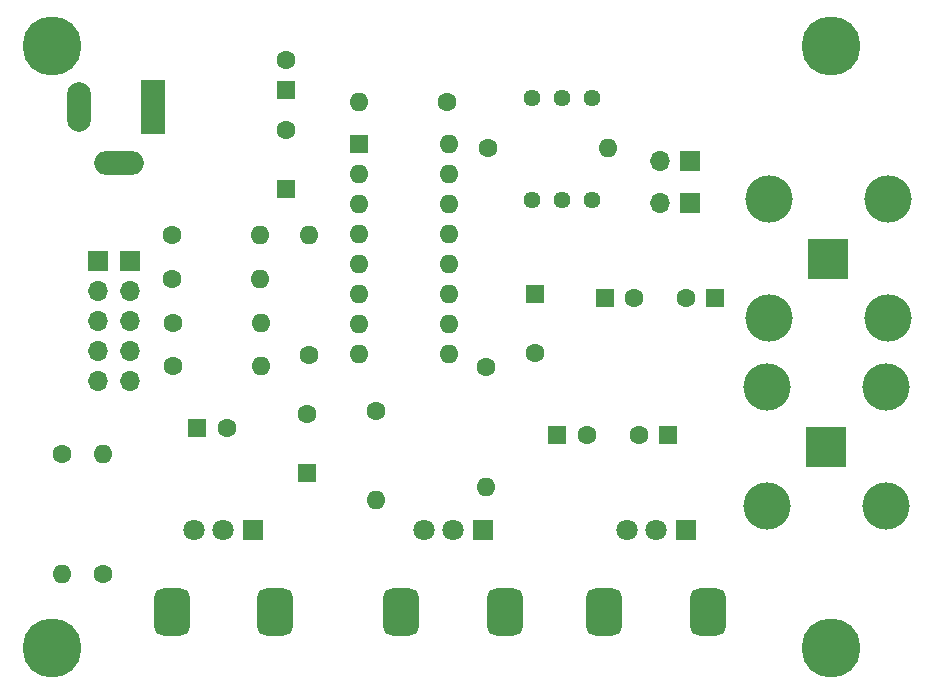
<source format=gbr>
%TF.GenerationSoftware,KiCad,Pcbnew,8.0.4*%
%TF.CreationDate,2024-07-20T11:29:04+02:00*%
%TF.ProjectId,Generatpr XR-2206,47656e65-7261-4747-9072-2058522d3232,rev?*%
%TF.SameCoordinates,Original*%
%TF.FileFunction,Soldermask,Top*%
%TF.FilePolarity,Negative*%
%FSLAX46Y46*%
G04 Gerber Fmt 4.6, Leading zero omitted, Abs format (unit mm)*
G04 Created by KiCad (PCBNEW 8.0.4) date 2024-07-20 11:29:04*
%MOMM*%
%LPD*%
G01*
G04 APERTURE LIST*
G04 Aperture macros list*
%AMRoundRect*
0 Rectangle with rounded corners*
0 $1 Rounding radius*
0 $2 $3 $4 $5 $6 $7 $8 $9 X,Y pos of 4 corners*
0 Add a 4 corners polygon primitive as box body*
4,1,4,$2,$3,$4,$5,$6,$7,$8,$9,$2,$3,0*
0 Add four circle primitives for the rounded corners*
1,1,$1+$1,$2,$3*
1,1,$1+$1,$4,$5*
1,1,$1+$1,$6,$7*
1,1,$1+$1,$8,$9*
0 Add four rect primitives between the rounded corners*
20,1,$1+$1,$2,$3,$4,$5,0*
20,1,$1+$1,$4,$5,$6,$7,0*
20,1,$1+$1,$6,$7,$8,$9,0*
20,1,$1+$1,$8,$9,$2,$3,0*%
G04 Aperture macros list end*
%ADD10R,1.800000X1.800000*%
%ADD11C,1.800000*%
%ADD12RoundRect,0.750000X-0.750000X1.250000X-0.750000X-1.250000X0.750000X-1.250000X0.750000X1.250000X0*%
%ADD13R,3.500000X3.500000*%
%ADD14C,4.000000*%
%ADD15C,1.440000*%
%ADD16C,1.600000*%
%ADD17O,1.600000X1.600000*%
%ADD18R,1.600000X1.600000*%
%ADD19R,1.700000X1.700000*%
%ADD20O,1.700000X1.700000*%
%ADD21R,2.000000X4.600000*%
%ADD22O,2.000000X4.200000*%
%ADD23O,4.200000X2.000000*%
%ADD24C,5.000000*%
G04 APERTURE END LIST*
D10*
%TO.C,RV5*%
X183680000Y-90000000D03*
D11*
X181180000Y-90000000D03*
X178680000Y-90000000D03*
D12*
X185580000Y-97000000D03*
X176780000Y-97000000D03*
%TD*%
D10*
%TO.C,RV2*%
X166500000Y-90000000D03*
D11*
X164000000Y-90000000D03*
X161500000Y-90000000D03*
D12*
X168400000Y-97000000D03*
X159600000Y-97000000D03*
%TD*%
D10*
%TO.C,RV1*%
X147040000Y-90000000D03*
D11*
X144540000Y-90000000D03*
X142040000Y-90000000D03*
D12*
X148940000Y-97000000D03*
X140140000Y-97000000D03*
%TD*%
D13*
%TO.C,J2*%
X195735000Y-67040000D03*
D14*
X200760000Y-72065000D03*
X190710000Y-72065000D03*
X200760000Y-62015000D03*
X190710000Y-62015000D03*
%TD*%
D13*
%TO.C,J1*%
X195570000Y-82970000D03*
D14*
X200595000Y-87995000D03*
X190545000Y-87995000D03*
X200595000Y-77945000D03*
X190545000Y-77945000D03*
%TD*%
D15*
%TO.C,RV3*%
X175770000Y-62040000D03*
X173230000Y-62040000D03*
X170690000Y-62040000D03*
%TD*%
D16*
%TO.C,R5*%
X166920000Y-57700000D03*
D17*
X177080000Y-57700000D03*
%TD*%
D18*
%TO.C,C3*%
X151600000Y-85200000D03*
D16*
X151600000Y-80200000D03*
%TD*%
%TO.C,C9*%
X140150000Y-68800000D03*
D17*
X147650000Y-68800000D03*
%TD*%
D19*
%TO.C,J4*%
X136600000Y-67220000D03*
D20*
X136600000Y-69760000D03*
X136600000Y-72300000D03*
X136600000Y-74840000D03*
X136600000Y-77380000D03*
%TD*%
D18*
%TO.C,C14*%
X142317621Y-81400000D03*
D16*
X144817621Y-81400000D03*
%TD*%
D18*
%TO.C,C15*%
X149840000Y-52722380D03*
D16*
X149840000Y-50222380D03*
%TD*%
D18*
%TO.C,C4*%
X172817621Y-82000000D03*
D16*
X175317621Y-82000000D03*
%TD*%
%TO.C,R4*%
X166800000Y-76220000D03*
D17*
X166800000Y-86380000D03*
%TD*%
D21*
%TO.C,J3*%
X138600000Y-54180000D03*
D22*
X132300000Y-54180000D03*
D23*
X135700000Y-58980000D03*
%TD*%
D18*
%TO.C,C2*%
X149860000Y-61180000D03*
D16*
X149860000Y-56180000D03*
%TD*%
D24*
%TO.C,REF\u002A\u002A*%
X196000000Y-100000000D03*
%TD*%
D16*
%TO.C,C10*%
X140250000Y-72500000D03*
D17*
X147750000Y-72500000D03*
%TD*%
D19*
%TO.C,J5*%
X133900000Y-67220000D03*
D20*
X133900000Y-69760000D03*
X133900000Y-72300000D03*
X133900000Y-74840000D03*
X133900000Y-77380000D03*
%TD*%
D18*
%TO.C,C5*%
X176817621Y-70400000D03*
D16*
X179317621Y-70400000D03*
%TD*%
D24*
%TO.C,REF\u002A\u002A*%
X130000000Y-49000000D03*
%TD*%
D18*
%TO.C,C1*%
X170900000Y-70000000D03*
D16*
X170900000Y-75000000D03*
%TD*%
D15*
%TO.C,RV4*%
X175730000Y-53400000D03*
X173190000Y-53400000D03*
X170650000Y-53400000D03*
%TD*%
D24*
%TO.C,REF\u002A\u002A*%
X130000000Y-100000000D03*
%TD*%
D18*
%TO.C,C6*%
X186182380Y-70400000D03*
D16*
X183682380Y-70400000D03*
%TD*%
%TO.C,C12*%
X157440000Y-79940000D03*
D17*
X157440000Y-87440000D03*
%TD*%
D16*
%TO.C,R2*%
X134300000Y-93780000D03*
D17*
X134300000Y-83620000D03*
%TD*%
D24*
%TO.C,REF\u002A\u002A*%
X196000000Y-49000000D03*
%TD*%
D19*
%TO.C,J7*%
X184075000Y-58800000D03*
D20*
X181535000Y-58800000D03*
%TD*%
D18*
%TO.C,C7*%
X182182380Y-82000000D03*
D16*
X179682380Y-82000000D03*
%TD*%
%TO.C,R3*%
X151800000Y-75180000D03*
D17*
X151800000Y-65020000D03*
%TD*%
D16*
%TO.C,C8*%
X140150000Y-65000000D03*
D17*
X147650000Y-65000000D03*
%TD*%
D16*
%TO.C,C13*%
X163480000Y-53750000D03*
D17*
X155980000Y-53750000D03*
%TD*%
D18*
%TO.C,U1*%
X156000000Y-57300000D03*
D17*
X156000000Y-59840000D03*
X156000000Y-62380000D03*
X156000000Y-64920000D03*
X156000000Y-67460000D03*
X156000000Y-70000000D03*
X156000000Y-72540000D03*
X156000000Y-75080000D03*
X163620000Y-75080000D03*
X163620000Y-72540000D03*
X163620000Y-70000000D03*
X163620000Y-67460000D03*
X163620000Y-64920000D03*
X163620000Y-62380000D03*
X163620000Y-59840000D03*
X163620000Y-57300000D03*
%TD*%
D16*
%TO.C,R1*%
X130900000Y-83620000D03*
D17*
X130900000Y-93780000D03*
%TD*%
D19*
%TO.C,J6*%
X184075000Y-62300000D03*
D20*
X181535000Y-62300000D03*
%TD*%
D16*
%TO.C,C11*%
X140250000Y-76100000D03*
D17*
X147750000Y-76100000D03*
%TD*%
M02*

</source>
